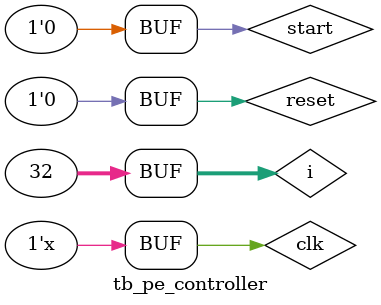
<source format=v>
`timescale 1ns / 1ps

module tb_pe_controller();
    parameter integer DATA_WIDTH = 32; // size of data (int8, fp32, etc)
    parameter integer BRAM_ADDR_WIDTH = 15; // BRAM_SIZE == 2 ** BRAM_ADDR_WIDTH
    parameter integer BRAM_DATA_WIDTH = 32; // read BRAM_DATA_WIDTH bits per cycle
    parameter integer GBUF_SIZE = 16; // 2 GBUFs
    parameter integer DONE_STATE_CYCLE = 5; // wait some cycles
    parameter integer MEMORY_WIDTH = 5;
    
    // start
    reg start;
    // reset/clk
    reg reset;
    reg clk;
    // read
    wire [BRAM_ADDR_WIDTH - 1 : 0] rdaddr;
    
    // global buffer
    reg [DATA_WIDTH - 1 : 0] memory [0 : 2 * GBUF_SIZE - 1];
    wire [DATA_WIDTH - 1 : 0] rddata = memory[rdaddr[MEMORY_WIDTH - 1 : 0]];
    
    // output
    wire [DATA_WIDTH - 1 : 0] out;
    wire done;
    
    integer i;
    
    initial begin
        start = 0;
        reset = 0;
        clk = 1;
        for (i = 0; i < 2 * GBUF_SIZE; i = i + 1) begin
            memory[i][31 : 25] = 7'b0100000;
            memory[i][24 :  0] = $urandom%(2 ** 25);
        end
        #1;
        
        reset = 1;
        #10; // reset on
        
        reset = 0;
        #10; // reset off and wait one more cycle
        
        start = 1;
        #10; // start on
        
        start = 0; // start off
    end
    
    pe_controller # (
        .DATA_WIDTH(DATA_WIDTH),
        .BRAM_ADDR_WIDTH(BRAM_ADDR_WIDTH),
        .BRAM_DATA_WIDTH(BRAM_DATA_WIDTH),
        .GBUF_SIZE(GBUF_SIZE),
        .DONE_STATE_CYCLE(DONE_STATE_CYCLE),
        .CNT_WIDTH(MEMORY_WIDTH - 1)
    ) PE_CONTROLLER (
        .start(start),
        .reset(reset),
        .clk(clk),
        .rdaddr(rdaddr),
        .rddata(rddata),
        .out(out),
        .done(done)
    );
    
    always #5 clk = ~clk;
    
endmodule

</source>
